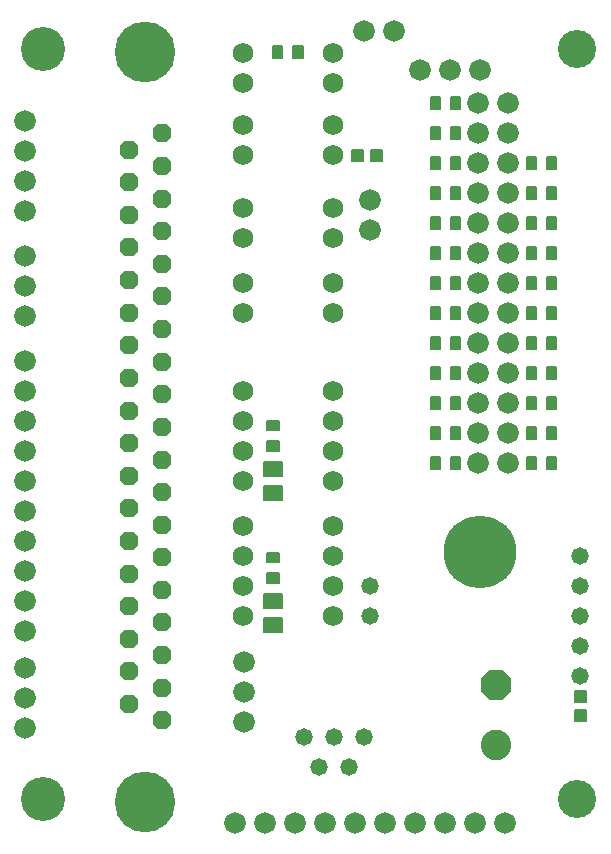
<source format=gbs>
G75*
%MOIN*%
%OFA0B0*%
%FSLAX24Y24*%
%IPPOS*%
%LPD*%
%AMOC8*
5,1,8,0,0,1.08239X$1,22.5*
%
%ADD10C,0.1470*%
%ADD11C,0.1270*%
%ADD12OC8,0.0620*%
%ADD13C,0.2020*%
%ADD14C,0.0680*%
%ADD15C,0.0064*%
%ADD16C,0.0063*%
%ADD17C,0.0720*%
%ADD18C,0.1020*%
%ADD19OC8,0.1020*%
%ADD20C,0.0580*%
%ADD21C,0.0064*%
%ADD22C,0.2420*%
D10*
X002700Y002287D03*
X002700Y027287D03*
D11*
X020500Y027287D03*
X020500Y002287D03*
D12*
X006660Y004907D03*
X006660Y005997D03*
X006660Y007077D03*
X006660Y008167D03*
X006660Y009257D03*
X006660Y010337D03*
X006660Y011427D03*
X006660Y012517D03*
X006660Y013597D03*
X006660Y014687D03*
X006660Y015777D03*
X006660Y016857D03*
X006660Y017947D03*
X006660Y019037D03*
X006660Y020127D03*
X006660Y021207D03*
X006660Y022297D03*
X006660Y023387D03*
X006660Y024467D03*
X005540Y023927D03*
X005540Y022837D03*
X005540Y021757D03*
X005540Y020667D03*
X005540Y019577D03*
X005540Y018497D03*
X005540Y017407D03*
X005540Y016317D03*
X005540Y015227D03*
X005540Y014147D03*
X005540Y013057D03*
X005540Y011967D03*
X005540Y010887D03*
X005540Y009797D03*
X005540Y008707D03*
X005540Y007627D03*
X005540Y006537D03*
X005540Y005447D03*
D13*
X006100Y002187D03*
X006100Y027187D03*
D14*
X009350Y027137D03*
X009350Y026137D03*
X009350Y024737D03*
X009350Y023737D03*
X009350Y021987D03*
X009350Y020987D03*
X009350Y019487D03*
X009350Y018487D03*
X009350Y015887D03*
X009350Y014887D03*
X009350Y013887D03*
X009350Y012887D03*
X009350Y011387D03*
X009350Y010387D03*
X009350Y009387D03*
X009350Y008387D03*
X012350Y008387D03*
X012350Y009387D03*
X012350Y010387D03*
X012350Y011387D03*
X012350Y012887D03*
X012350Y013887D03*
X012350Y014887D03*
X012350Y015887D03*
X012350Y018487D03*
X012350Y019487D03*
X012350Y020987D03*
X012350Y021987D03*
X012350Y023737D03*
X012350Y024737D03*
X012350Y026137D03*
X012350Y027137D03*
D15*
X010643Y013514D02*
X010643Y013046D01*
X010057Y013046D01*
X010057Y013514D01*
X010643Y013514D01*
X010643Y013109D02*
X010057Y013109D01*
X010057Y013172D02*
X010643Y013172D01*
X010643Y013235D02*
X010057Y013235D01*
X010057Y013298D02*
X010643Y013298D01*
X010643Y013361D02*
X010057Y013361D01*
X010057Y013424D02*
X010643Y013424D01*
X010643Y013487D02*
X010057Y013487D01*
X010643Y012727D02*
X010643Y012259D01*
X010057Y012259D01*
X010057Y012727D01*
X010643Y012727D01*
X010643Y012322D02*
X010057Y012322D01*
X010057Y012385D02*
X010643Y012385D01*
X010643Y012448D02*
X010057Y012448D01*
X010057Y012511D02*
X010643Y012511D01*
X010643Y012574D02*
X010057Y012574D01*
X010057Y012637D02*
X010643Y012637D01*
X010643Y012700D02*
X010057Y012700D01*
X010643Y009114D02*
X010643Y008646D01*
X010057Y008646D01*
X010057Y009114D01*
X010643Y009114D01*
X010643Y008709D02*
X010057Y008709D01*
X010057Y008772D02*
X010643Y008772D01*
X010643Y008835D02*
X010057Y008835D01*
X010057Y008898D02*
X010643Y008898D01*
X010643Y008961D02*
X010057Y008961D01*
X010057Y009024D02*
X010643Y009024D01*
X010643Y009087D02*
X010057Y009087D01*
X010643Y008327D02*
X010643Y007859D01*
X010057Y007859D01*
X010057Y008327D01*
X010643Y008327D01*
X010643Y007922D02*
X010057Y007922D01*
X010057Y007985D02*
X010643Y007985D01*
X010643Y008048D02*
X010057Y008048D01*
X010057Y008111D02*
X010643Y008111D01*
X010643Y008174D02*
X010057Y008174D01*
X010057Y008237D02*
X010643Y008237D01*
X010643Y008300D02*
X010057Y008300D01*
D16*
X010161Y009498D02*
X010161Y009806D01*
X010539Y009806D01*
X010539Y009498D01*
X010161Y009498D01*
X010161Y009560D02*
X010539Y009560D01*
X010539Y009622D02*
X010161Y009622D01*
X010161Y009684D02*
X010539Y009684D01*
X010539Y009746D02*
X010161Y009746D01*
X010161Y010167D02*
X010161Y010475D01*
X010539Y010475D01*
X010539Y010167D01*
X010161Y010167D01*
X010161Y010229D02*
X010539Y010229D01*
X010539Y010291D02*
X010161Y010291D01*
X010161Y010353D02*
X010539Y010353D01*
X010539Y010415D02*
X010161Y010415D01*
X010161Y013898D02*
X010161Y014206D01*
X010539Y014206D01*
X010539Y013898D01*
X010161Y013898D01*
X010161Y013960D02*
X010539Y013960D01*
X010539Y014022D02*
X010161Y014022D01*
X010161Y014084D02*
X010539Y014084D01*
X010539Y014146D02*
X010161Y014146D01*
X010161Y014567D02*
X010161Y014875D01*
X010539Y014875D01*
X010539Y014567D01*
X010161Y014567D01*
X010161Y014629D02*
X010539Y014629D01*
X010539Y014691D02*
X010161Y014691D01*
X010161Y014753D02*
X010539Y014753D01*
X010539Y014815D02*
X010161Y014815D01*
X015611Y014298D02*
X015919Y014298D01*
X015611Y014298D02*
X015611Y014676D01*
X015919Y014676D01*
X015919Y014298D01*
X015919Y014360D02*
X015611Y014360D01*
X015611Y014422D02*
X015919Y014422D01*
X015919Y014484D02*
X015611Y014484D01*
X015611Y014546D02*
X015919Y014546D01*
X015919Y014608D02*
X015611Y014608D01*
X015611Y014670D02*
X015919Y014670D01*
X016281Y014298D02*
X016589Y014298D01*
X016281Y014298D02*
X016281Y014676D01*
X016589Y014676D01*
X016589Y014298D01*
X016589Y014360D02*
X016281Y014360D01*
X016281Y014422D02*
X016589Y014422D01*
X016589Y014484D02*
X016281Y014484D01*
X016281Y014546D02*
X016589Y014546D01*
X016589Y014608D02*
X016281Y014608D01*
X016281Y014670D02*
X016589Y014670D01*
X016589Y015298D02*
X016281Y015298D01*
X016281Y015676D01*
X016589Y015676D01*
X016589Y015298D01*
X016589Y015360D02*
X016281Y015360D01*
X016281Y015422D02*
X016589Y015422D01*
X016589Y015484D02*
X016281Y015484D01*
X016281Y015546D02*
X016589Y015546D01*
X016589Y015608D02*
X016281Y015608D01*
X016281Y015670D02*
X016589Y015670D01*
X016589Y016298D02*
X016281Y016298D01*
X016281Y016676D01*
X016589Y016676D01*
X016589Y016298D01*
X016589Y016360D02*
X016281Y016360D01*
X016281Y016422D02*
X016589Y016422D01*
X016589Y016484D02*
X016281Y016484D01*
X016281Y016546D02*
X016589Y016546D01*
X016589Y016608D02*
X016281Y016608D01*
X016281Y016670D02*
X016589Y016670D01*
X016589Y017298D02*
X016281Y017298D01*
X016281Y017676D01*
X016589Y017676D01*
X016589Y017298D01*
X016589Y017360D02*
X016281Y017360D01*
X016281Y017422D02*
X016589Y017422D01*
X016589Y017484D02*
X016281Y017484D01*
X016281Y017546D02*
X016589Y017546D01*
X016589Y017608D02*
X016281Y017608D01*
X016281Y017670D02*
X016589Y017670D01*
X016589Y018298D02*
X016281Y018298D01*
X016281Y018676D01*
X016589Y018676D01*
X016589Y018298D01*
X016589Y018360D02*
X016281Y018360D01*
X016281Y018422D02*
X016589Y018422D01*
X016589Y018484D02*
X016281Y018484D01*
X016281Y018546D02*
X016589Y018546D01*
X016589Y018608D02*
X016281Y018608D01*
X016281Y018670D02*
X016589Y018670D01*
X016589Y019298D02*
X016281Y019298D01*
X016281Y019676D01*
X016589Y019676D01*
X016589Y019298D01*
X016589Y019360D02*
X016281Y019360D01*
X016281Y019422D02*
X016589Y019422D01*
X016589Y019484D02*
X016281Y019484D01*
X016281Y019546D02*
X016589Y019546D01*
X016589Y019608D02*
X016281Y019608D01*
X016281Y019670D02*
X016589Y019670D01*
X016589Y020298D02*
X016281Y020298D01*
X016281Y020676D01*
X016589Y020676D01*
X016589Y020298D01*
X016589Y020360D02*
X016281Y020360D01*
X016281Y020422D02*
X016589Y020422D01*
X016589Y020484D02*
X016281Y020484D01*
X016281Y020546D02*
X016589Y020546D01*
X016589Y020608D02*
X016281Y020608D01*
X016281Y020670D02*
X016589Y020670D01*
X016589Y021298D02*
X016281Y021298D01*
X016281Y021676D01*
X016589Y021676D01*
X016589Y021298D01*
X016589Y021360D02*
X016281Y021360D01*
X016281Y021422D02*
X016589Y021422D01*
X016589Y021484D02*
X016281Y021484D01*
X016281Y021546D02*
X016589Y021546D01*
X016589Y021608D02*
X016281Y021608D01*
X016281Y021670D02*
X016589Y021670D01*
X016589Y022298D02*
X016281Y022298D01*
X016281Y022676D01*
X016589Y022676D01*
X016589Y022298D01*
X016589Y022360D02*
X016281Y022360D01*
X016281Y022422D02*
X016589Y022422D01*
X016589Y022484D02*
X016281Y022484D01*
X016281Y022546D02*
X016589Y022546D01*
X016589Y022608D02*
X016281Y022608D01*
X016281Y022670D02*
X016589Y022670D01*
X016589Y023298D02*
X016281Y023298D01*
X016281Y023676D01*
X016589Y023676D01*
X016589Y023298D01*
X016589Y023360D02*
X016281Y023360D01*
X016281Y023422D02*
X016589Y023422D01*
X016589Y023484D02*
X016281Y023484D01*
X016281Y023546D02*
X016589Y023546D01*
X016589Y023608D02*
X016281Y023608D01*
X016281Y023670D02*
X016589Y023670D01*
X016589Y024298D02*
X016281Y024298D01*
X016281Y024676D01*
X016589Y024676D01*
X016589Y024298D01*
X016589Y024360D02*
X016281Y024360D01*
X016281Y024422D02*
X016589Y024422D01*
X016589Y024484D02*
X016281Y024484D01*
X016281Y024546D02*
X016589Y024546D01*
X016589Y024608D02*
X016281Y024608D01*
X016281Y024670D02*
X016589Y024670D01*
X016589Y025298D02*
X016281Y025298D01*
X016281Y025676D01*
X016589Y025676D01*
X016589Y025298D01*
X016589Y025360D02*
X016281Y025360D01*
X016281Y025422D02*
X016589Y025422D01*
X016589Y025484D02*
X016281Y025484D01*
X016281Y025546D02*
X016589Y025546D01*
X016589Y025608D02*
X016281Y025608D01*
X016281Y025670D02*
X016589Y025670D01*
X015919Y025298D02*
X015611Y025298D01*
X015611Y025676D01*
X015919Y025676D01*
X015919Y025298D01*
X015919Y025360D02*
X015611Y025360D01*
X015611Y025422D02*
X015919Y025422D01*
X015919Y025484D02*
X015611Y025484D01*
X015611Y025546D02*
X015919Y025546D01*
X015919Y025608D02*
X015611Y025608D01*
X015611Y025670D02*
X015919Y025670D01*
X015919Y024298D02*
X015611Y024298D01*
X015611Y024676D01*
X015919Y024676D01*
X015919Y024298D01*
X015919Y024360D02*
X015611Y024360D01*
X015611Y024422D02*
X015919Y024422D01*
X015919Y024484D02*
X015611Y024484D01*
X015611Y024546D02*
X015919Y024546D01*
X015919Y024608D02*
X015611Y024608D01*
X015611Y024670D02*
X015919Y024670D01*
X015919Y023298D02*
X015611Y023298D01*
X015611Y023676D01*
X015919Y023676D01*
X015919Y023298D01*
X015919Y023360D02*
X015611Y023360D01*
X015611Y023422D02*
X015919Y023422D01*
X015919Y023484D02*
X015611Y023484D01*
X015611Y023546D02*
X015919Y023546D01*
X015919Y023608D02*
X015611Y023608D01*
X015611Y023670D02*
X015919Y023670D01*
X015919Y022298D02*
X015611Y022298D01*
X015611Y022676D01*
X015919Y022676D01*
X015919Y022298D01*
X015919Y022360D02*
X015611Y022360D01*
X015611Y022422D02*
X015919Y022422D01*
X015919Y022484D02*
X015611Y022484D01*
X015611Y022546D02*
X015919Y022546D01*
X015919Y022608D02*
X015611Y022608D01*
X015611Y022670D02*
X015919Y022670D01*
X015919Y021298D02*
X015611Y021298D01*
X015611Y021676D01*
X015919Y021676D01*
X015919Y021298D01*
X015919Y021360D02*
X015611Y021360D01*
X015611Y021422D02*
X015919Y021422D01*
X015919Y021484D02*
X015611Y021484D01*
X015611Y021546D02*
X015919Y021546D01*
X015919Y021608D02*
X015611Y021608D01*
X015611Y021670D02*
X015919Y021670D01*
X015919Y020298D02*
X015611Y020298D01*
X015611Y020676D01*
X015919Y020676D01*
X015919Y020298D01*
X015919Y020360D02*
X015611Y020360D01*
X015611Y020422D02*
X015919Y020422D01*
X015919Y020484D02*
X015611Y020484D01*
X015611Y020546D02*
X015919Y020546D01*
X015919Y020608D02*
X015611Y020608D01*
X015611Y020670D02*
X015919Y020670D01*
X015919Y019298D02*
X015611Y019298D01*
X015611Y019676D01*
X015919Y019676D01*
X015919Y019298D01*
X015919Y019360D02*
X015611Y019360D01*
X015611Y019422D02*
X015919Y019422D01*
X015919Y019484D02*
X015611Y019484D01*
X015611Y019546D02*
X015919Y019546D01*
X015919Y019608D02*
X015611Y019608D01*
X015611Y019670D02*
X015919Y019670D01*
X015919Y018298D02*
X015611Y018298D01*
X015611Y018676D01*
X015919Y018676D01*
X015919Y018298D01*
X015919Y018360D02*
X015611Y018360D01*
X015611Y018422D02*
X015919Y018422D01*
X015919Y018484D02*
X015611Y018484D01*
X015611Y018546D02*
X015919Y018546D01*
X015919Y018608D02*
X015611Y018608D01*
X015611Y018670D02*
X015919Y018670D01*
X015919Y017298D02*
X015611Y017298D01*
X015611Y017676D01*
X015919Y017676D01*
X015919Y017298D01*
X015919Y017360D02*
X015611Y017360D01*
X015611Y017422D02*
X015919Y017422D01*
X015919Y017484D02*
X015611Y017484D01*
X015611Y017546D02*
X015919Y017546D01*
X015919Y017608D02*
X015611Y017608D01*
X015611Y017670D02*
X015919Y017670D01*
X015919Y016298D02*
X015611Y016298D01*
X015611Y016676D01*
X015919Y016676D01*
X015919Y016298D01*
X015919Y016360D02*
X015611Y016360D01*
X015611Y016422D02*
X015919Y016422D01*
X015919Y016484D02*
X015611Y016484D01*
X015611Y016546D02*
X015919Y016546D01*
X015919Y016608D02*
X015611Y016608D01*
X015611Y016670D02*
X015919Y016670D01*
X015919Y015298D02*
X015611Y015298D01*
X015611Y015676D01*
X015919Y015676D01*
X015919Y015298D01*
X015919Y015360D02*
X015611Y015360D01*
X015611Y015422D02*
X015919Y015422D01*
X015919Y015484D02*
X015611Y015484D01*
X015611Y015546D02*
X015919Y015546D01*
X015919Y015608D02*
X015611Y015608D01*
X015611Y015670D02*
X015919Y015670D01*
X015919Y013298D02*
X015611Y013298D01*
X015611Y013676D01*
X015919Y013676D01*
X015919Y013298D01*
X015919Y013360D02*
X015611Y013360D01*
X015611Y013422D02*
X015919Y013422D01*
X015919Y013484D02*
X015611Y013484D01*
X015611Y013546D02*
X015919Y013546D01*
X015919Y013608D02*
X015611Y013608D01*
X015611Y013670D02*
X015919Y013670D01*
X016281Y013298D02*
X016589Y013298D01*
X016281Y013298D02*
X016281Y013676D01*
X016589Y013676D01*
X016589Y013298D01*
X016589Y013360D02*
X016281Y013360D01*
X016281Y013422D02*
X016589Y013422D01*
X016589Y013484D02*
X016281Y013484D01*
X016281Y013546D02*
X016589Y013546D01*
X016589Y013608D02*
X016281Y013608D01*
X016281Y013670D02*
X016589Y013670D01*
X018811Y013676D02*
X019119Y013676D01*
X019119Y013298D01*
X018811Y013298D01*
X018811Y013676D01*
X018811Y013360D02*
X019119Y013360D01*
X019119Y013422D02*
X018811Y013422D01*
X018811Y013484D02*
X019119Y013484D01*
X019119Y013546D02*
X018811Y013546D01*
X018811Y013608D02*
X019119Y013608D01*
X019119Y013670D02*
X018811Y013670D01*
X018811Y014676D02*
X019119Y014676D01*
X019119Y014298D01*
X018811Y014298D01*
X018811Y014676D01*
X018811Y014360D02*
X019119Y014360D01*
X019119Y014422D02*
X018811Y014422D01*
X018811Y014484D02*
X019119Y014484D01*
X019119Y014546D02*
X018811Y014546D01*
X018811Y014608D02*
X019119Y014608D01*
X019119Y014670D02*
X018811Y014670D01*
X018811Y015676D02*
X019119Y015676D01*
X019119Y015298D01*
X018811Y015298D01*
X018811Y015676D01*
X018811Y015360D02*
X019119Y015360D01*
X019119Y015422D02*
X018811Y015422D01*
X018811Y015484D02*
X019119Y015484D01*
X019119Y015546D02*
X018811Y015546D01*
X018811Y015608D02*
X019119Y015608D01*
X019119Y015670D02*
X018811Y015670D01*
X018811Y016676D02*
X019119Y016676D01*
X019119Y016298D01*
X018811Y016298D01*
X018811Y016676D01*
X018811Y016360D02*
X019119Y016360D01*
X019119Y016422D02*
X018811Y016422D01*
X018811Y016484D02*
X019119Y016484D01*
X019119Y016546D02*
X018811Y016546D01*
X018811Y016608D02*
X019119Y016608D01*
X019119Y016670D02*
X018811Y016670D01*
X018811Y017676D02*
X019119Y017676D01*
X019119Y017298D01*
X018811Y017298D01*
X018811Y017676D01*
X018811Y017360D02*
X019119Y017360D01*
X019119Y017422D02*
X018811Y017422D01*
X018811Y017484D02*
X019119Y017484D01*
X019119Y017546D02*
X018811Y017546D01*
X018811Y017608D02*
X019119Y017608D01*
X019119Y017670D02*
X018811Y017670D01*
X018811Y018676D02*
X019119Y018676D01*
X019119Y018298D01*
X018811Y018298D01*
X018811Y018676D01*
X018811Y018360D02*
X019119Y018360D01*
X019119Y018422D02*
X018811Y018422D01*
X018811Y018484D02*
X019119Y018484D01*
X019119Y018546D02*
X018811Y018546D01*
X018811Y018608D02*
X019119Y018608D01*
X019119Y018670D02*
X018811Y018670D01*
X018811Y019676D02*
X019119Y019676D01*
X019119Y019298D01*
X018811Y019298D01*
X018811Y019676D01*
X018811Y019360D02*
X019119Y019360D01*
X019119Y019422D02*
X018811Y019422D01*
X018811Y019484D02*
X019119Y019484D01*
X019119Y019546D02*
X018811Y019546D01*
X018811Y019608D02*
X019119Y019608D01*
X019119Y019670D02*
X018811Y019670D01*
X018811Y020676D02*
X019119Y020676D01*
X019119Y020298D01*
X018811Y020298D01*
X018811Y020676D01*
X018811Y020360D02*
X019119Y020360D01*
X019119Y020422D02*
X018811Y020422D01*
X018811Y020484D02*
X019119Y020484D01*
X019119Y020546D02*
X018811Y020546D01*
X018811Y020608D02*
X019119Y020608D01*
X019119Y020670D02*
X018811Y020670D01*
X018811Y021676D02*
X019119Y021676D01*
X019119Y021298D01*
X018811Y021298D01*
X018811Y021676D01*
X018811Y021360D02*
X019119Y021360D01*
X019119Y021422D02*
X018811Y021422D01*
X018811Y021484D02*
X019119Y021484D01*
X019119Y021546D02*
X018811Y021546D01*
X018811Y021608D02*
X019119Y021608D01*
X019119Y021670D02*
X018811Y021670D01*
X018811Y022676D02*
X019119Y022676D01*
X019119Y022298D01*
X018811Y022298D01*
X018811Y022676D01*
X018811Y022360D02*
X019119Y022360D01*
X019119Y022422D02*
X018811Y022422D01*
X018811Y022484D02*
X019119Y022484D01*
X019119Y022546D02*
X018811Y022546D01*
X018811Y022608D02*
X019119Y022608D01*
X019119Y022670D02*
X018811Y022670D01*
X018811Y023676D02*
X019119Y023676D01*
X019119Y023298D01*
X018811Y023298D01*
X018811Y023676D01*
X018811Y023360D02*
X019119Y023360D01*
X019119Y023422D02*
X018811Y023422D01*
X018811Y023484D02*
X019119Y023484D01*
X019119Y023546D02*
X018811Y023546D01*
X018811Y023608D02*
X019119Y023608D01*
X019119Y023670D02*
X018811Y023670D01*
X019481Y023676D02*
X019789Y023676D01*
X019789Y023298D01*
X019481Y023298D01*
X019481Y023676D01*
X019481Y023360D02*
X019789Y023360D01*
X019789Y023422D02*
X019481Y023422D01*
X019481Y023484D02*
X019789Y023484D01*
X019789Y023546D02*
X019481Y023546D01*
X019481Y023608D02*
X019789Y023608D01*
X019789Y023670D02*
X019481Y023670D01*
X019481Y022676D02*
X019789Y022676D01*
X019789Y022298D01*
X019481Y022298D01*
X019481Y022676D01*
X019481Y022360D02*
X019789Y022360D01*
X019789Y022422D02*
X019481Y022422D01*
X019481Y022484D02*
X019789Y022484D01*
X019789Y022546D02*
X019481Y022546D01*
X019481Y022608D02*
X019789Y022608D01*
X019789Y022670D02*
X019481Y022670D01*
X019481Y021676D02*
X019789Y021676D01*
X019789Y021298D01*
X019481Y021298D01*
X019481Y021676D01*
X019481Y021360D02*
X019789Y021360D01*
X019789Y021422D02*
X019481Y021422D01*
X019481Y021484D02*
X019789Y021484D01*
X019789Y021546D02*
X019481Y021546D01*
X019481Y021608D02*
X019789Y021608D01*
X019789Y021670D02*
X019481Y021670D01*
X019481Y020676D02*
X019789Y020676D01*
X019789Y020298D01*
X019481Y020298D01*
X019481Y020676D01*
X019481Y020360D02*
X019789Y020360D01*
X019789Y020422D02*
X019481Y020422D01*
X019481Y020484D02*
X019789Y020484D01*
X019789Y020546D02*
X019481Y020546D01*
X019481Y020608D02*
X019789Y020608D01*
X019789Y020670D02*
X019481Y020670D01*
X019481Y019676D02*
X019789Y019676D01*
X019789Y019298D01*
X019481Y019298D01*
X019481Y019676D01*
X019481Y019360D02*
X019789Y019360D01*
X019789Y019422D02*
X019481Y019422D01*
X019481Y019484D02*
X019789Y019484D01*
X019789Y019546D02*
X019481Y019546D01*
X019481Y019608D02*
X019789Y019608D01*
X019789Y019670D02*
X019481Y019670D01*
X019481Y018676D02*
X019789Y018676D01*
X019789Y018298D01*
X019481Y018298D01*
X019481Y018676D01*
X019481Y018360D02*
X019789Y018360D01*
X019789Y018422D02*
X019481Y018422D01*
X019481Y018484D02*
X019789Y018484D01*
X019789Y018546D02*
X019481Y018546D01*
X019481Y018608D02*
X019789Y018608D01*
X019789Y018670D02*
X019481Y018670D01*
X019481Y017676D02*
X019789Y017676D01*
X019789Y017298D01*
X019481Y017298D01*
X019481Y017676D01*
X019481Y017360D02*
X019789Y017360D01*
X019789Y017422D02*
X019481Y017422D01*
X019481Y017484D02*
X019789Y017484D01*
X019789Y017546D02*
X019481Y017546D01*
X019481Y017608D02*
X019789Y017608D01*
X019789Y017670D02*
X019481Y017670D01*
X019481Y016676D02*
X019789Y016676D01*
X019789Y016298D01*
X019481Y016298D01*
X019481Y016676D01*
X019481Y016360D02*
X019789Y016360D01*
X019789Y016422D02*
X019481Y016422D01*
X019481Y016484D02*
X019789Y016484D01*
X019789Y016546D02*
X019481Y016546D01*
X019481Y016608D02*
X019789Y016608D01*
X019789Y016670D02*
X019481Y016670D01*
X019481Y015676D02*
X019789Y015676D01*
X019789Y015298D01*
X019481Y015298D01*
X019481Y015676D01*
X019481Y015360D02*
X019789Y015360D01*
X019789Y015422D02*
X019481Y015422D01*
X019481Y015484D02*
X019789Y015484D01*
X019789Y015546D02*
X019481Y015546D01*
X019481Y015608D02*
X019789Y015608D01*
X019789Y015670D02*
X019481Y015670D01*
X019481Y014676D02*
X019789Y014676D01*
X019789Y014298D01*
X019481Y014298D01*
X019481Y014676D01*
X019481Y014360D02*
X019789Y014360D01*
X019789Y014422D02*
X019481Y014422D01*
X019481Y014484D02*
X019789Y014484D01*
X019789Y014546D02*
X019481Y014546D01*
X019481Y014608D02*
X019789Y014608D01*
X019789Y014670D02*
X019481Y014670D01*
X019481Y013676D02*
X019789Y013676D01*
X019789Y013298D01*
X019481Y013298D01*
X019481Y013676D01*
X019481Y013360D02*
X019789Y013360D01*
X019789Y013422D02*
X019481Y013422D01*
X019481Y013484D02*
X019789Y013484D01*
X019789Y013546D02*
X019481Y013546D01*
X019481Y013608D02*
X019789Y013608D01*
X019789Y013670D02*
X019481Y013670D01*
X011339Y027376D02*
X011031Y027376D01*
X011339Y027376D02*
X011339Y026998D01*
X011031Y026998D01*
X011031Y027376D01*
X011031Y027060D02*
X011339Y027060D01*
X011339Y027122D02*
X011031Y027122D01*
X011031Y027184D02*
X011339Y027184D01*
X011339Y027246D02*
X011031Y027246D01*
X011031Y027308D02*
X011339Y027308D01*
X011339Y027370D02*
X011031Y027370D01*
X010669Y027376D02*
X010361Y027376D01*
X010669Y027376D02*
X010669Y026998D01*
X010361Y026998D01*
X010361Y027376D01*
X010361Y027060D02*
X010669Y027060D01*
X010669Y027122D02*
X010361Y027122D01*
X010361Y027184D02*
X010669Y027184D01*
X010669Y027246D02*
X010361Y027246D01*
X010361Y027308D02*
X010669Y027308D01*
X010669Y027370D02*
X010361Y027370D01*
D17*
X013400Y027887D03*
X014400Y027887D03*
X015250Y026587D03*
X016250Y026587D03*
X017250Y026587D03*
X017200Y025487D03*
X018200Y025487D03*
X018200Y024487D03*
X018200Y023487D03*
X018200Y022487D03*
X017200Y022487D03*
X017200Y023487D03*
X017200Y024487D03*
X017200Y021487D03*
X017200Y020487D03*
X017200Y019487D03*
X018200Y019487D03*
X018200Y020487D03*
X018200Y021487D03*
X018200Y018487D03*
X018200Y017487D03*
X018200Y016487D03*
X017200Y016487D03*
X017200Y017487D03*
X017200Y018487D03*
X017200Y015487D03*
X017200Y014487D03*
X017200Y013487D03*
X018200Y013487D03*
X018200Y014487D03*
X018200Y015487D03*
X013600Y021237D03*
X013600Y022237D03*
X002100Y021887D03*
X002100Y022887D03*
X002100Y023887D03*
X002100Y024887D03*
X002100Y020387D03*
X002100Y019387D03*
X002100Y018387D03*
X002100Y016887D03*
X002100Y015887D03*
X002100Y014887D03*
X002100Y013887D03*
X002100Y012887D03*
X002100Y011887D03*
X002100Y010887D03*
X002100Y009887D03*
X002100Y008887D03*
X002100Y007887D03*
X002100Y006637D03*
X002100Y005637D03*
X002100Y004637D03*
X009100Y001487D03*
X010100Y001487D03*
X011100Y001487D03*
X012100Y001487D03*
X013100Y001487D03*
X014100Y001487D03*
X015100Y001487D03*
X016100Y001487D03*
X017100Y001487D03*
X018100Y001487D03*
X009400Y004837D03*
X009400Y005837D03*
X009400Y006837D03*
D18*
X017800Y004087D03*
D19*
X017800Y006087D03*
D20*
X020600Y006387D03*
X020600Y007387D03*
X020600Y008387D03*
X020600Y009387D03*
X020600Y010387D03*
X013600Y009387D03*
X013600Y008387D03*
X013400Y004337D03*
X012900Y003337D03*
X012400Y004337D03*
X011900Y003337D03*
X011400Y004337D03*
D21*
X020788Y004885D02*
X020788Y005249D01*
X020788Y004885D02*
X020412Y004885D01*
X020412Y005249D01*
X020788Y005249D01*
X020788Y004948D02*
X020412Y004948D01*
X020412Y005011D02*
X020788Y005011D01*
X020788Y005074D02*
X020412Y005074D01*
X020412Y005137D02*
X020788Y005137D01*
X020788Y005200D02*
X020412Y005200D01*
X020788Y005524D02*
X020788Y005888D01*
X020788Y005524D02*
X020412Y005524D01*
X020412Y005888D01*
X020788Y005888D01*
X020788Y005587D02*
X020412Y005587D01*
X020412Y005650D02*
X020788Y005650D01*
X020788Y005713D02*
X020412Y005713D01*
X020412Y005776D02*
X020788Y005776D01*
X020788Y005839D02*
X020412Y005839D01*
X014001Y023925D02*
X013637Y023925D01*
X014001Y023925D02*
X014001Y023549D01*
X013637Y023549D01*
X013637Y023925D01*
X013637Y023612D02*
X014001Y023612D01*
X014001Y023675D02*
X013637Y023675D01*
X013637Y023738D02*
X014001Y023738D01*
X014001Y023801D02*
X013637Y023801D01*
X013637Y023864D02*
X014001Y023864D01*
X013363Y023925D02*
X012999Y023925D01*
X013363Y023925D02*
X013363Y023549D01*
X012999Y023549D01*
X012999Y023925D01*
X012999Y023612D02*
X013363Y023612D01*
X013363Y023675D02*
X012999Y023675D01*
X012999Y023738D02*
X013363Y023738D01*
X013363Y023801D02*
X012999Y023801D01*
X012999Y023864D02*
X013363Y023864D01*
D22*
X017251Y010502D03*
M02*

</source>
